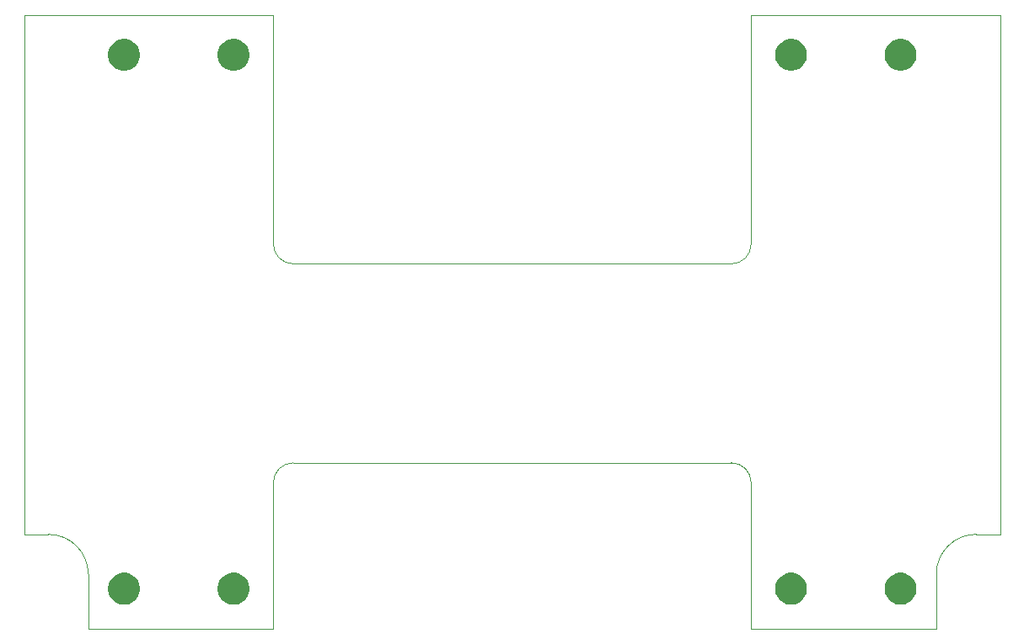
<source format=gbr>
%TF.GenerationSoftware,Altium Limited,Altium Designer,22.9.1 (49)*%
G04 Layer_Color=0*
%FSLAX45Y45*%
%MOMM*%
%TF.SameCoordinates,925A93EA-3B44-44BF-AA41-ED200E7300F1*%
%TF.FilePolarity,Positive*%
%TF.FileFunction,Profile,NP*%
%TF.Part,Single*%
G01*
G75*
%TA.AperFunction,Profile*%
%ADD98C,0.02540*%
G36*
X8640635Y5769927D02*
X8640635Y5754168D01*
X8646784Y5723256D01*
X8658845Y5694138D01*
X8676355Y5667933D01*
X8698641Y5645647D01*
X8724847Y5628137D01*
X8753965Y5616075D01*
X8784877Y5609927D01*
X8800635Y5609927D01*
X8816394Y5609927D01*
X8847305Y5616075D01*
X8876423Y5628137D01*
X8902629Y5645647D01*
X8924915Y5667933D01*
X8942425Y5694138D01*
X8954486Y5723256D01*
X8960635Y5754168D01*
X8960635Y5769927D01*
X8960635Y5785685D01*
X8954486Y5816597D01*
X8942425Y5845715D01*
X8924915Y5871921D01*
X8902629Y5894207D01*
X8876423Y5911717D01*
X8847305Y5923778D01*
X8816394Y5929927D01*
X8800635Y5929927D01*
X8784877Y5929927D01*
X8753965Y5923778D01*
X8724847Y5911717D01*
X8698641Y5894207D01*
X8676355Y5871921D01*
X8658845Y5845715D01*
X8646784Y5816597D01*
X8640635Y5785685D01*
X8640635Y5769927D01*
X8640635Y5769927D01*
X8640635Y5769927D02*
G37*
G36*
X7540635Y5769927D02*
X7540635Y5754168D01*
X7546784Y5723256D01*
X7558845Y5694138D01*
X7576355Y5667933D01*
X7598641Y5645647D01*
X7624847Y5628137D01*
X7653965Y5616075D01*
X7684876Y5609927D01*
X7700635Y5609927D01*
X7716394Y5609927D01*
X7747305Y5616075D01*
X7776423Y5628137D01*
X7802629Y5645647D01*
X7824915Y5667933D01*
X7842425Y5694138D01*
X7854486Y5723256D01*
X7860635Y5754168D01*
X7860635Y5769927D01*
X7860635Y5785685D01*
X7854486Y5816597D01*
X7842425Y5845715D01*
X7824915Y5871921D01*
X7802629Y5894207D01*
X7776423Y5911717D01*
X7747305Y5923778D01*
X7716394Y5929927D01*
X7700635Y5929927D01*
X7684876Y5929927D01*
X7653965Y5923778D01*
X7624847Y5911717D01*
X7598641Y5894207D01*
X7576355Y5871921D01*
X7558845Y5845715D01*
X7546784Y5816597D01*
X7540635Y5785685D01*
X7540635Y5769927D01*
X7540635Y5769927D01*
X7540635Y5769927D02*
G37*
G36*
X8640635Y400635D02*
X8640635Y384876D01*
X8646784Y353964D01*
X8658845Y324846D01*
X8676355Y298641D01*
X8698641Y276355D01*
X8724847Y258845D01*
X8753965Y246784D01*
X8784877Y240635D01*
X8800635Y240635D01*
X8816394Y240635D01*
X8847305Y246784D01*
X8876423Y258845D01*
X8902629Y276355D01*
X8924915Y298641D01*
X8942425Y324846D01*
X8954486Y353964D01*
X8960635Y384876D01*
X8960635Y400635D01*
X8960635Y416393D01*
X8954486Y447305D01*
X8942425Y476423D01*
X8924915Y502629D01*
X8902629Y524915D01*
X8876423Y542425D01*
X8847305Y554486D01*
X8816394Y560635D01*
X8800635Y560635D01*
X8784877Y560635D01*
X8753965Y554486D01*
X8724847Y542425D01*
X8698641Y524915D01*
X8676355Y502629D01*
X8658845Y476423D01*
X8646784Y447305D01*
X8640635Y416393D01*
X8640635Y400635D01*
X8640635Y400635D01*
X8640635Y400635D02*
G37*
G36*
X7540635Y400635D02*
X7540635Y384876D01*
X7546784Y353964D01*
X7558845Y324846D01*
X7576355Y298641D01*
X7598641Y276355D01*
X7624847Y258845D01*
X7653965Y246784D01*
X7684876Y240635D01*
X7700635Y240635D01*
X7716394Y240635D01*
X7747305Y246784D01*
X7776423Y258845D01*
X7802629Y276355D01*
X7824915Y298641D01*
X7842425Y324846D01*
X7854486Y353964D01*
X7860635Y384876D01*
X7860635Y400635D01*
X7860635Y416393D01*
X7854486Y447305D01*
X7842425Y476423D01*
X7824915Y502629D01*
X7802629Y524915D01*
X7776423Y542425D01*
X7747305Y554486D01*
X7716394Y560635D01*
X7700635Y560635D01*
X7684876Y560635D01*
X7653965Y554486D01*
X7624847Y542425D01*
X7598641Y524915D01*
X7576355Y502629D01*
X7558845Y476423D01*
X7546784Y447305D01*
X7540635Y416393D01*
X7540635Y400635D01*
X7540635Y400635D01*
X7540635Y400635D02*
G37*
G36*
X7540635Y400635D02*
X7540635Y384876D01*
X7546784Y353964D01*
X7558845Y324846D01*
X7576355Y298641D01*
X7598641Y276355D01*
X7624847Y258845D01*
X7653965Y246784D01*
X7684876Y240635D01*
X7700635Y240635D01*
X7716394Y240635D01*
X7747305Y246784D01*
X7776423Y258845D01*
X7802629Y276355D01*
X7824915Y298641D01*
X7842425Y324846D01*
X7854486Y353964D01*
X7860635Y384876D01*
X7860635Y400635D01*
X7860635Y416393D01*
X7854486Y447305D01*
X7842425Y476423D01*
X7824915Y502629D01*
X7802629Y524915D01*
X7776423Y542425D01*
X7747305Y554486D01*
X7716394Y560635D01*
X7700635Y560635D01*
X7684876Y560635D01*
X7653965Y554486D01*
X7624847Y542425D01*
X7598641Y524915D01*
X7576355Y502629D01*
X7558845Y476423D01*
X7546784Y447305D01*
X7540635Y416393D01*
X7540635Y400635D01*
X7540635Y400635D01*
X7540635Y400635D02*
G37*
G36*
X1000635Y5609927D02*
X984876Y5609927D01*
X953965Y5616075D01*
X924847Y5628137D01*
X898641Y5645647D01*
X876355Y5667933D01*
X858845Y5694138D01*
X846784Y5723256D01*
X840635Y5754168D01*
X840635Y5769927D01*
X840635Y5785685D01*
X846784Y5816597D01*
X858845Y5845715D01*
X876355Y5871921D01*
X898641Y5894207D01*
X924847Y5911717D01*
X953965Y5923778D01*
X984876Y5929927D01*
X1000635Y5929927D01*
X1016393Y5929927D01*
X1047305Y5923778D01*
X1076423Y5911717D01*
X1102629Y5894207D01*
X1124915Y5871921D01*
X1142425Y5845715D01*
X1154486Y5816597D01*
X1160635Y5785685D01*
X1160635Y5769927D01*
X1160635Y5754168D01*
X1154486Y5723256D01*
X1142425Y5694138D01*
X1124915Y5667933D01*
X1102629Y5645647D01*
X1076423Y5628137D01*
X1047305Y5616075D01*
X1016393Y5609927D01*
X1000635Y5609927D01*
X1000635Y5609927D01*
X1000635Y5609927D02*
G37*
G36*
X2100635Y5609927D02*
X2084876Y5609927D01*
X2053965Y5616075D01*
X2024847Y5628137D01*
X1998641Y5645647D01*
X1976355Y5667933D01*
X1958845Y5694138D01*
X1946784Y5723256D01*
X1940635Y5754168D01*
X1940635Y5769927D01*
X1940635Y5785685D01*
X1946784Y5816597D01*
X1958845Y5845715D01*
X1976355Y5871921D01*
X1998641Y5894207D01*
X2024847Y5911717D01*
X2053965Y5923778D01*
X2084876Y5929927D01*
X2100635Y5929927D01*
X2116394Y5929927D01*
X2147305Y5923778D01*
X2176423Y5911717D01*
X2202629Y5894207D01*
X2224915Y5871921D01*
X2242425Y5845715D01*
X2254486Y5816597D01*
X2260635Y5785685D01*
X2260635Y5769927D01*
X2260635Y5754168D01*
X2254486Y5723256D01*
X2242425Y5694138D01*
X2224915Y5667933D01*
X2202629Y5645647D01*
X2176423Y5628137D01*
X2147305Y5616075D01*
X2116394Y5609927D01*
X2100635Y5609927D01*
X2100635Y5609927D01*
X2100635Y5609927D02*
G37*
G36*
X1940635Y400635D02*
X1940635Y384876D01*
X1946784Y353964D01*
X1958845Y324846D01*
X1976355Y298641D01*
X1998641Y276355D01*
X2024847Y258845D01*
X2053965Y246784D01*
X2084876Y240635D01*
X2100635Y240635D01*
X2116394Y240635D01*
X2147305Y246784D01*
X2176423Y258845D01*
X2202629Y276355D01*
X2224915Y298641D01*
X2242425Y324846D01*
X2254486Y353964D01*
X2260635Y384876D01*
X2260635Y400635D01*
X2260635Y416393D01*
X2254486Y447305D01*
X2242425Y476423D01*
X2224915Y502629D01*
X2202629Y524915D01*
X2176423Y542425D01*
X2147305Y554486D01*
X2116394Y560635D01*
X2100635Y560635D01*
X2084876Y560635D01*
X2053965Y554486D01*
X2024847Y542425D01*
X1998641Y524915D01*
X1976355Y502629D01*
X1958845Y476423D01*
X1946784Y447305D01*
X1940635Y416393D01*
X1940635Y400635D01*
X1940635Y400635D01*
X1940635Y400635D02*
G37*
G36*
X840635Y400635D02*
X840635Y384876D01*
X846784Y353964D01*
X858845Y324846D01*
X876355Y298641D01*
X898641Y276355D01*
X924847Y258845D01*
X953965Y246784D01*
X984876Y240635D01*
X1000635Y240635D01*
X1016393Y240635D01*
X1047305Y246784D01*
X1076423Y258845D01*
X1102629Y276355D01*
X1124915Y298641D01*
X1142425Y324846D01*
X1154486Y353964D01*
X1160635Y384876D01*
X1160635Y400635D01*
X1160635Y416393D01*
X1154486Y447305D01*
X1142425Y476423D01*
X1124915Y502629D01*
X1102629Y524915D01*
X1076423Y542425D01*
X1047305Y554486D01*
X1016393Y560635D01*
X1000635Y560635D01*
X984876Y560635D01*
X953965Y554486D01*
X924847Y542425D01*
X898641Y524915D01*
X876355Y502629D01*
X858845Y476423D01*
X846784Y447305D01*
X840635Y416393D01*
X840635Y400635D01*
X840635Y400635D01*
X840635Y400635D02*
G37*
D98*
X640635Y635D02*
X640635Y548152D01*
X640635Y548152D02*
G03*
X240635Y948152I-400000J0D01*
G01*
X635Y948152D01*
X635Y6169927D01*
X2500635Y6169927D01*
X2500635Y3867813D01*
X2500635Y3867813D02*
G03*
X2700635Y3667813I200000J0D01*
G01*
X7100635Y3667813D01*
X7100635Y3667813D02*
G03*
X7300635Y3867813I0J200000D01*
G01*
X7300635Y6169927D01*
X9800635Y6169927D01*
X9800635Y948152D01*
X9560635Y948152D01*
X9560635Y948152D02*
G03*
X9160635Y548152I0J-400000D01*
G01*
X9160635Y635D01*
X7300635Y635D01*
X7300635Y1467813D01*
X7300635Y1467813D02*
G03*
X7100635Y1667814I-200000J0D01*
G01*
X2700635Y1667813D01*
X2700635Y1667813D02*
G03*
X2500635Y1467814I-1J-200000D01*
G01*
X2500635Y635D01*
X640635Y635D01*
%TF.MD5,17b69d9f201048c9e3d139a2bdc55dd0*%
M02*

</source>
